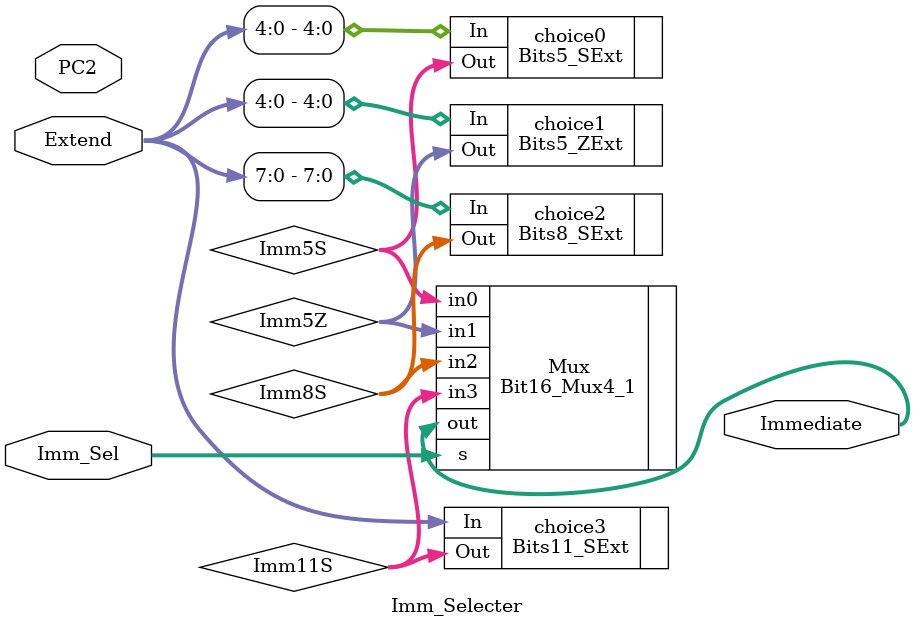
<source format=v>
/********************************************************************************************************
/		MODULE: Imm_Selecter
/		PURPOSE: Given Inputs to extend and a select code produce the correct extened output
/
/		INPUTS: Extend[10:0] - Input to sign extend
/				Imm_Sel[1:0] - Select bits for output
/					00 - 5 Bit Sign Extended
/					01 - 5 Bit Zero Extended
/					10 - 8 Bit Sign Extended
/					11 - 11 Bit Sign Extended
/
/		OUTPUTS: Immediate[15:0] - To be passed into one of the possible slot for ALU B Source
********************************************************************************************************/
module Imm_Selecter (Extend, Imm_Sel, PC2, Immediate);
	
	input [10:0] Extend;
	input [1:0] Imm_Sel;
	input [15:0] PC2;
	
	output [15:0] Immediate;
	
	wire [15:0] Imm5S;
	wire [15:0] Imm5Z;
	wire [15:0] Imm8S;
	wire [15:0] Imm11S;
	
	Bits5_SExt choice0(.In(Extend[4:0]), .Out(Imm5S));
	Bits5_ZExt choice1(.In(Extend[4:0]), .Out(Imm5Z));
	Bits8_SExt choice2(.In(Extend[7:0]), .Out(Imm8S));
	Bits11_SExt choice3(.In(Extend[10:0]), .Out(Imm11S));
	
	Bit16_Mux4_1 Mux(.in0(Imm5S), .in1(Imm5Z), .in2(Imm8S), .in3(Imm11S), .s(Imm_Sel), .out(Immediate));

endmodule 
</source>
